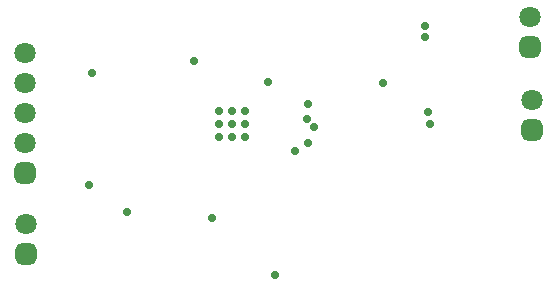
<source format=gbr>
G04*
G04 #@! TF.GenerationSoftware,Altium Limited,Altium Designer,23.3.1 (30)*
G04*
G04 Layer_Color=16711935*
%FSLAX44Y44*%
%MOMM*%
G71*
G04*
G04 #@! TF.SameCoordinates,C21C2CC1-9CAE-44D3-A5A2-357AACA34620*
G04*
G04*
G04 #@! TF.FilePolarity,Negative*
G04*
G01*
G75*
G04:AMPARAMS|DCode=35|XSize=1.8032mm|YSize=1.8032mm|CornerRadius=0.5016mm|HoleSize=0mm|Usage=FLASHONLY|Rotation=90.000|XOffset=0mm|YOffset=0mm|HoleType=Round|Shape=RoundedRectangle|*
%AMROUNDEDRECTD35*
21,1,1.8032,0.8000,0,0,90.0*
21,1,0.8000,1.8032,0,0,90.0*
1,1,1.0032,0.4000,0.4000*
1,1,1.0032,0.4000,-0.4000*
1,1,1.0032,-0.4000,-0.4000*
1,1,1.0032,-0.4000,0.4000*
%
%ADD35ROUNDEDRECTD35*%
%ADD36C,1.8032*%
%ADD37C,0.7032*%
D35*
X918210Y640080D02*
D03*
X1344930Y815340D02*
D03*
X916940Y708660D02*
D03*
X1346200Y745490D02*
D03*
D36*
X918210Y665480D02*
D03*
X1344930Y840740D02*
D03*
X916940Y810260D02*
D03*
Y784860D02*
D03*
Y734060D02*
D03*
Y759460D02*
D03*
X1346200Y770890D02*
D03*
D37*
X1129030Y622300D02*
D03*
X974090Y793750D02*
D03*
X971550Y698500D02*
D03*
X1145540Y727710D02*
D03*
X1155420Y754010D02*
D03*
X1156970Y734060D02*
D03*
X1162050Y748030D02*
D03*
X1122680Y786130D02*
D03*
X1075690Y670560D02*
D03*
X1060450Y803910D02*
D03*
X1220470Y784860D02*
D03*
X1003300Y675640D02*
D03*
X1258570Y760730D02*
D03*
X1259840Y750570D02*
D03*
X1256030Y824230D02*
D03*
Y833120D02*
D03*
X1156970Y767080D02*
D03*
X1081200Y761570D02*
D03*
X1092200D02*
D03*
X1103200D02*
D03*
X1081200Y750570D02*
D03*
X1092200D02*
D03*
X1103200D02*
D03*
X1081200Y739570D02*
D03*
X1092200D02*
D03*
X1103200D02*
D03*
M02*

</source>
